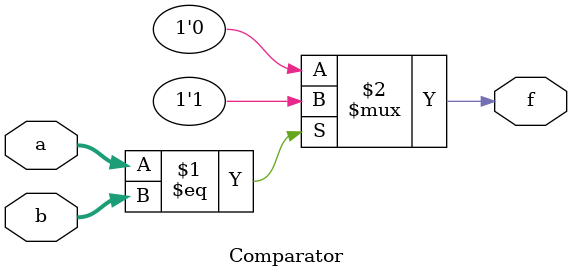
<source format=sv>

module Comparator #(parameter DATA_WIDTH = 32) (
	//Inputs
	input[DATA_WIDTH-1:0]   a,
	input[DATA_WIDTH-1:0]   b,
	//Outputs
	output f
);

    //output logic of sum
    assign f = (a == b) ? 1'b1 : 1'b0;
	
endmodule
</source>
